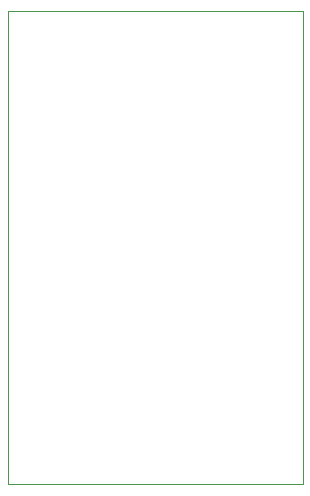
<source format=gbr>
%TF.GenerationSoftware,KiCad,Pcbnew,8.0.5-8.0.5-0~ubuntu22.04.1*%
%TF.CreationDate,2025-01-09T14:13:45-03:00*%
%TF.ProjectId,preenfasis,70726565-6e66-4617-9369-732e6b696361,v1.2*%
%TF.SameCoordinates,Original*%
%TF.FileFunction,Profile,NP*%
%FSLAX46Y46*%
G04 Gerber Fmt 4.6, Leading zero omitted, Abs format (unit mm)*
G04 Created by KiCad (PCBNEW 8.0.5-8.0.5-0~ubuntu22.04.1) date 2025-01-09 14:13:45*
%MOMM*%
%LPD*%
G01*
G04 APERTURE LIST*
%TA.AperFunction,Profile*%
%ADD10C,0.050000*%
%TD*%
G04 APERTURE END LIST*
D10*
X100000000Y-60000000D02*
X125000000Y-60000000D01*
X125000000Y-100000000D01*
X100000000Y-100000000D01*
X100000000Y-60000000D01*
M02*

</source>
